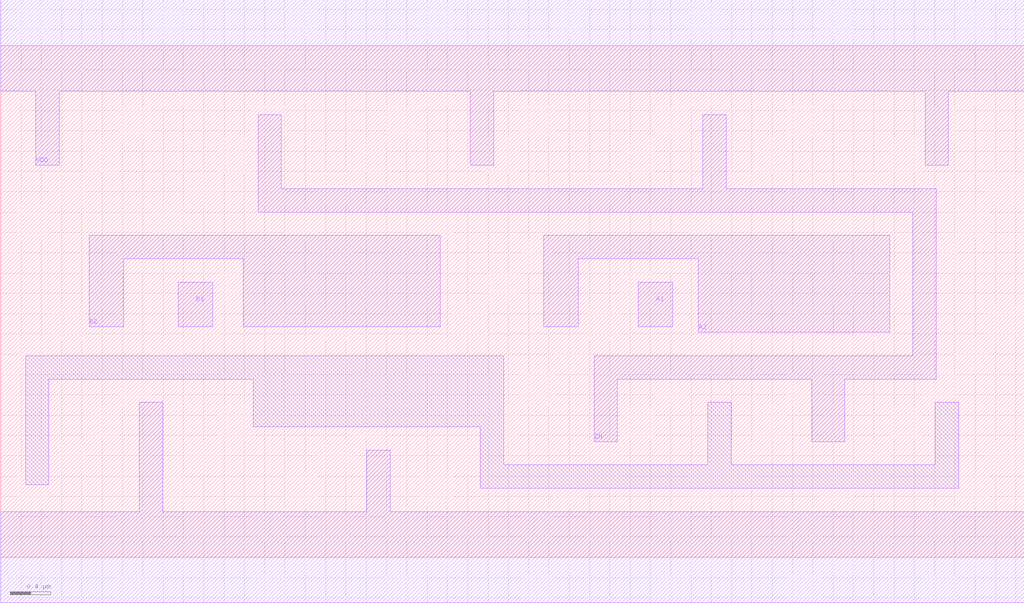
<source format=lef>
# Copyright 2022 GlobalFoundries PDK Authors
#
# Licensed under the Apache License, Version 2.0 (the "License");
# you may not use this file except in compliance with the License.
# You may obtain a copy of the License at
#
#      http://www.apache.org/licenses/LICENSE-2.0
#
# Unless required by applicable law or agreed to in writing, software
# distributed under the License is distributed on an "AS IS" BASIS,
# WITHOUT WARRANTIES OR CONDITIONS OF ANY KIND, either express or implied.
# See the License for the specific language governing permissions and
# limitations under the License.

MACRO gf180mcu_fd_sc_mcu9t5v0__oai22_2
  CLASS core ;
  FOREIGN gf180mcu_fd_sc_mcu9t5v0__oai22_2 0.0 0.0 ;
  ORIGIN 0 0 ;
  SYMMETRY X Y ;
  SITE GF018hv5v_green_sc9 ;
  SIZE 10.08 BY 5.04 ;
  PIN A1
    DIRECTION INPUT ;
    ANTENNAGATEAREA 3.414 ;
    PORT
      LAYER METAL1 ;
        POLYGON 6.28 2.27 6.62 2.27 6.62 2.71 6.28 2.71  ;
    END
  END A1
  PIN A2
    DIRECTION INPUT ;
    ANTENNAGATEAREA 3.414 ;
    PORT
      LAYER METAL1 ;
        POLYGON 5.35 2.27 5.69 2.27 5.69 2.94 6.87 2.94 6.87 2.215 8.755 2.215 8.755 3.17 5.35 3.17  ;
    END
  END A2
  PIN B1
    DIRECTION INPUT ;
    ANTENNAGATEAREA 3.414 ;
    PORT
      LAYER METAL1 ;
        POLYGON 1.75 2.27 2.09 2.27 2.09 2.71 1.75 2.71  ;
    END
  END B1
  PIN B2
    DIRECTION INPUT ;
    ANTENNAGATEAREA 3.414 ;
    PORT
      LAYER METAL1 ;
        POLYGON 0.87 2.27 1.21 2.27 1.21 2.94 2.39 2.94 2.39 2.27 4.33 2.27 4.33 3.17 0.87 3.17  ;
    END
  END B2
  PIN ZN
    DIRECTION OUTPUT ;
    ANTENNADIFFAREA 3.7335 ;
    PORT
      LAYER METAL1 ;
        POLYGON 2.535 3.4 8.985 3.4 8.985 1.985 5.845 1.985 5.845 1.14 6.075 1.14 6.075 1.755 7.99 1.755 7.99 1.14 8.315 1.14 8.315 1.755 9.215 1.755 9.215 3.63 7.145 3.63 7.145 4.36 6.915 4.36 6.915 3.63 2.765 3.63 2.765 4.36 2.535 4.36  ;
    END
  END ZN
  PIN VDD
    DIRECTION INOUT ;
    USE power ;
    SHAPE ABUTMENT ;
    PORT
      LAYER METAL1 ;
        POLYGON 0 4.59 0.345 4.59 0.345 3.86 0.575 3.86 0.575 4.59 4.625 4.59 4.625 3.86 4.855 3.86 4.855 4.59 9.105 4.59 9.105 3.86 9.335 3.86 9.335 4.59 9.435 4.59 10.08 4.59 10.08 5.49 9.435 5.49 0 5.49  ;
    END
  END VDD
  PIN VSS
    DIRECTION INOUT ;
    USE ground ;
    SHAPE ABUTMENT ;
    PORT
      LAYER METAL1 ;
        POLYGON 0 -0.45 10.08 -0.45 10.08 0.45 3.835 0.45 3.835 1.055 3.605 1.055 3.605 0.45 1.595 0.45 1.595 1.525 1.365 1.525 1.365 0.45 0 0.45  ;
    END
  END VSS
  OBS
      LAYER METAL1 ;
        POLYGON 0.245 0.715 0.475 0.715 0.475 1.755 2.485 1.755 2.485 1.285 4.725 1.285 4.725 0.68 9.435 0.68 9.435 1.525 9.205 1.525 9.205 0.91 7.195 0.91 7.195 1.525 6.965 1.525 6.965 0.91 4.955 0.91 4.955 1.985 0.245 1.985  ;
  END
END gf180mcu_fd_sc_mcu9t5v0__oai22_2

</source>
